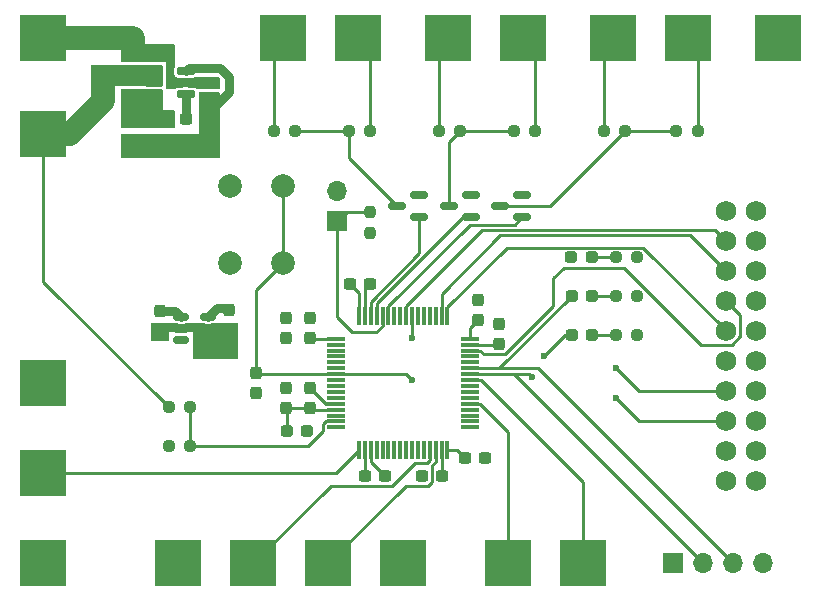
<source format=gtl>
G04 #@! TF.GenerationSoftware,KiCad,Pcbnew,9.0.0*
G04 #@! TF.CreationDate,2025-07-06T15:52:52-05:00*
G04 #@! TF.ProjectId,silver-platter,73696c76-6572-42d7-906c-61747465722e,rev?*
G04 #@! TF.SameCoordinates,Original*
G04 #@! TF.FileFunction,Copper,L1,Top*
G04 #@! TF.FilePolarity,Positive*
%FSLAX46Y46*%
G04 Gerber Fmt 4.6, Leading zero omitted, Abs format (unit mm)*
G04 Created by KiCad (PCBNEW 9.0.0) date 2025-07-06 15:52:52*
%MOMM*%
%LPD*%
G01*
G04 APERTURE LIST*
G04 Aperture macros list*
%AMRoundRect*
0 Rectangle with rounded corners*
0 $1 Rounding radius*
0 $2 $3 $4 $5 $6 $7 $8 $9 X,Y pos of 4 corners*
0 Add a 4 corners polygon primitive as box body*
4,1,4,$2,$3,$4,$5,$6,$7,$8,$9,$2,$3,0*
0 Add four circle primitives for the rounded corners*
1,1,$1+$1,$2,$3*
1,1,$1+$1,$4,$5*
1,1,$1+$1,$6,$7*
1,1,$1+$1,$8,$9*
0 Add four rect primitives between the rounded corners*
20,1,$1+$1,$2,$3,$4,$5,0*
20,1,$1+$1,$4,$5,$6,$7,0*
20,1,$1+$1,$6,$7,$8,$9,0*
20,1,$1+$1,$8,$9,$2,$3,0*%
G04 Aperture macros list end*
G04 #@! TA.AperFunction,SMDPad,CuDef*
%ADD10RoundRect,0.237500X0.237500X-0.300000X0.237500X0.300000X-0.237500X0.300000X-0.237500X-0.300000X0*%
G04 #@! TD*
G04 #@! TA.AperFunction,SMDPad,CuDef*
%ADD11RoundRect,0.237500X0.250000X0.237500X-0.250000X0.237500X-0.250000X-0.237500X0.250000X-0.237500X0*%
G04 #@! TD*
G04 #@! TA.AperFunction,SMDPad,CuDef*
%ADD12R,4.000000X4.000000*%
G04 #@! TD*
G04 #@! TA.AperFunction,SMDPad,CuDef*
%ADD13RoundRect,0.237500X-0.237500X0.300000X-0.237500X-0.300000X0.237500X-0.300000X0.237500X0.300000X0*%
G04 #@! TD*
G04 #@! TA.AperFunction,SMDPad,CuDef*
%ADD14RoundRect,0.150000X-0.512500X-0.150000X0.512500X-0.150000X0.512500X0.150000X-0.512500X0.150000X0*%
G04 #@! TD*
G04 #@! TA.AperFunction,SMDPad,CuDef*
%ADD15RoundRect,0.237500X0.237500X-0.250000X0.237500X0.250000X-0.237500X0.250000X-0.237500X-0.250000X0*%
G04 #@! TD*
G04 #@! TA.AperFunction,SMDPad,CuDef*
%ADD16RoundRect,0.237500X-0.250000X-0.237500X0.250000X-0.237500X0.250000X0.237500X-0.250000X0.237500X0*%
G04 #@! TD*
G04 #@! TA.AperFunction,SMDPad,CuDef*
%ADD17RoundRect,0.237500X-0.300000X-0.237500X0.300000X-0.237500X0.300000X0.237500X-0.300000X0.237500X0*%
G04 #@! TD*
G04 #@! TA.AperFunction,SMDPad,CuDef*
%ADD18RoundRect,0.237500X0.300000X0.237500X-0.300000X0.237500X-0.300000X-0.237500X0.300000X-0.237500X0*%
G04 #@! TD*
G04 #@! TA.AperFunction,ComponentPad*
%ADD19C,2.000000*%
G04 #@! TD*
G04 #@! TA.AperFunction,SMDPad,CuDef*
%ADD20RoundRect,0.250001X-0.849999X0.462499X-0.849999X-0.462499X0.849999X-0.462499X0.849999X0.462499X0*%
G04 #@! TD*
G04 #@! TA.AperFunction,SMDPad,CuDef*
%ADD21RoundRect,0.237500X0.287500X0.237500X-0.287500X0.237500X-0.287500X-0.237500X0.287500X-0.237500X0*%
G04 #@! TD*
G04 #@! TA.AperFunction,ComponentPad*
%ADD22C,1.750000*%
G04 #@! TD*
G04 #@! TA.AperFunction,SMDPad,CuDef*
%ADD23RoundRect,0.162500X0.617500X0.162500X-0.617500X0.162500X-0.617500X-0.162500X0.617500X-0.162500X0*%
G04 #@! TD*
G04 #@! TA.AperFunction,ComponentPad*
%ADD24R,1.700000X1.700000*%
G04 #@! TD*
G04 #@! TA.AperFunction,ComponentPad*
%ADD25O,1.700000X1.700000*%
G04 #@! TD*
G04 #@! TA.AperFunction,SMDPad,CuDef*
%ADD26RoundRect,0.150000X0.587500X0.150000X-0.587500X0.150000X-0.587500X-0.150000X0.587500X-0.150000X0*%
G04 #@! TD*
G04 #@! TA.AperFunction,SMDPad,CuDef*
%ADD27RoundRect,0.075000X-0.700000X-0.075000X0.700000X-0.075000X0.700000X0.075000X-0.700000X0.075000X0*%
G04 #@! TD*
G04 #@! TA.AperFunction,SMDPad,CuDef*
%ADD28RoundRect,0.075000X-0.075000X-0.700000X0.075000X-0.700000X0.075000X0.700000X-0.075000X0.700000X0*%
G04 #@! TD*
G04 #@! TA.AperFunction,SMDPad,CuDef*
%ADD29RoundRect,0.237500X-0.287500X-0.237500X0.287500X-0.237500X0.287500X0.237500X-0.287500X0.237500X0*%
G04 #@! TD*
G04 #@! TA.AperFunction,ViaPad*
%ADD30C,0.600000*%
G04 #@! TD*
G04 #@! TA.AperFunction,Conductor*
%ADD31C,0.250000*%
G04 #@! TD*
G04 #@! TA.AperFunction,Conductor*
%ADD32C,0.750000*%
G04 #@! TD*
G04 #@! TA.AperFunction,Conductor*
%ADD33C,2.000000*%
G04 #@! TD*
G04 APERTURE END LIST*
D10*
X144526000Y-108812500D03*
X144526000Y-107087500D03*
D11*
X172212000Y-102616000D03*
X170387000Y-102616000D03*
D12*
X162560000Y-77470000D03*
D10*
X136117500Y-83031500D03*
X136117500Y-81306500D03*
D12*
X121920000Y-77470000D03*
X156210000Y-77470000D03*
X184150000Y-77470000D03*
D13*
X131826000Y-100536500D03*
X131826000Y-102261500D03*
D12*
X146050000Y-121920000D03*
X142240000Y-77470000D03*
X121920000Y-114300000D03*
D14*
X133615000Y-101123500D03*
X133615000Y-102073500D03*
X133615000Y-103023500D03*
X135890000Y-103023500D03*
X135890000Y-101123500D03*
D12*
X148590000Y-77470000D03*
X121920000Y-106680000D03*
D15*
X149606000Y-93980000D03*
X149606000Y-92155000D03*
D16*
X141431000Y-85344000D03*
X143256000Y-85344000D03*
D10*
X142494000Y-108812500D03*
X142494000Y-107087500D03*
D17*
X157633500Y-113030000D03*
X159358500Y-113030000D03*
D12*
X139700000Y-121920000D03*
D18*
X149606000Y-98298000D03*
X147881000Y-98298000D03*
D19*
X137740000Y-96520000D03*
X137740000Y-90020000D03*
X142240000Y-96520000D03*
X142240000Y-90020000D03*
D16*
X175514000Y-85344000D03*
X177339000Y-85344000D03*
D20*
X129767500Y-84354500D03*
X129767500Y-86679500D03*
D12*
X176530000Y-77470000D03*
D11*
X172212000Y-99314000D03*
X170387000Y-99314000D03*
D16*
X132541000Y-112014000D03*
X134366000Y-112014000D03*
D21*
X168402000Y-102616000D03*
X166652000Y-102616000D03*
X168374000Y-96012000D03*
X166624000Y-96012000D03*
D22*
X179705000Y-92075000D03*
X182245000Y-92075000D03*
X179705000Y-94615000D03*
X182245000Y-94615000D03*
X179705000Y-97155000D03*
X182245000Y-97155000D03*
X179705000Y-99695000D03*
X182245000Y-99695000D03*
X179705000Y-102235000D03*
X182245000Y-102235000D03*
X179705000Y-104775000D03*
X182245000Y-104775000D03*
X179705000Y-107315000D03*
X182245000Y-107315000D03*
X179705000Y-109855000D03*
X182245000Y-109855000D03*
X179705000Y-112395000D03*
X182245000Y-112395000D03*
X179705000Y-114935000D03*
X182245000Y-114935000D03*
D12*
X121920000Y-121920000D03*
D23*
X133991500Y-82190500D03*
X133991500Y-81240500D03*
X133991500Y-80290500D03*
X131291500Y-80290500D03*
X131291500Y-81240500D03*
X131291500Y-82190500D03*
D11*
X172212000Y-96012000D03*
X170387000Y-96012000D03*
D12*
X133350000Y-121920000D03*
D24*
X175260000Y-121920000D03*
D25*
X177800000Y-121920000D03*
X180340000Y-121920000D03*
X182880000Y-121920000D03*
D12*
X121920000Y-85598000D03*
X152400000Y-121920000D03*
D10*
X160528000Y-103378000D03*
X160528000Y-101653000D03*
D18*
X134032500Y-84354500D03*
X132307500Y-84354500D03*
D13*
X137668000Y-100483500D03*
X137668000Y-102208500D03*
D26*
X162500000Y-92644000D03*
X162500000Y-90744000D03*
X160625000Y-91694000D03*
D18*
X150876000Y-114554000D03*
X149151000Y-114554000D03*
D13*
X139954000Y-105817500D03*
X139954000Y-107542500D03*
D16*
X161751000Y-85344000D03*
X163576000Y-85344000D03*
D26*
X153767000Y-92644000D03*
X153767000Y-90744000D03*
X151892000Y-91694000D03*
D18*
X155702000Y-114554000D03*
X153977000Y-114554000D03*
D12*
X170180000Y-77470000D03*
D10*
X144526000Y-102870000D03*
X144526000Y-101145000D03*
D12*
X167640000Y-121920000D03*
X161290000Y-121920000D03*
D11*
X134366000Y-108712000D03*
X132541000Y-108712000D03*
D10*
X129259500Y-80745500D03*
X129259500Y-79020500D03*
D21*
X168402000Y-99314000D03*
X166652000Y-99314000D03*
D16*
X155401000Y-85344000D03*
X157226000Y-85344000D03*
D27*
X146725000Y-102930000D03*
X146725000Y-103430000D03*
X146725000Y-103930000D03*
X146725000Y-104430000D03*
X146725000Y-104930000D03*
X146725000Y-105430000D03*
X146725000Y-105930000D03*
X146725000Y-106430000D03*
X146725000Y-106930000D03*
X146725000Y-107430000D03*
X146725000Y-107930000D03*
X146725000Y-108430000D03*
X146725000Y-108930000D03*
X146725000Y-109430000D03*
X146725000Y-109930000D03*
X146725000Y-110430000D03*
D28*
X148650000Y-112355000D03*
X149150000Y-112355000D03*
X149650000Y-112355000D03*
X150150000Y-112355000D03*
X150650000Y-112355000D03*
X151150000Y-112355000D03*
X151650000Y-112355000D03*
X152150000Y-112355000D03*
X152650000Y-112355000D03*
X153150000Y-112355000D03*
X153650000Y-112355000D03*
X154150000Y-112355000D03*
X154650000Y-112355000D03*
X155150000Y-112355000D03*
X155650000Y-112355000D03*
X156150000Y-112355000D03*
D27*
X158075000Y-110430000D03*
X158075000Y-109930000D03*
X158075000Y-109430000D03*
X158075000Y-108930000D03*
X158075000Y-108430000D03*
X158075000Y-107930000D03*
X158075000Y-107430000D03*
X158075000Y-106930000D03*
X158075000Y-106430000D03*
X158075000Y-105930000D03*
X158075000Y-105430000D03*
X158075000Y-104930000D03*
X158075000Y-104430000D03*
X158075000Y-103930000D03*
X158075000Y-103430000D03*
X158075000Y-102930000D03*
D28*
X156150000Y-101005000D03*
X155650000Y-101005000D03*
X155150000Y-101005000D03*
X154650000Y-101005000D03*
X154150000Y-101005000D03*
X153650000Y-101005000D03*
X153150000Y-101005000D03*
X152650000Y-101005000D03*
X152150000Y-101005000D03*
X151650000Y-101005000D03*
X151150000Y-101005000D03*
X150650000Y-101005000D03*
X150150000Y-101005000D03*
X149650000Y-101005000D03*
X149150000Y-101005000D03*
X148650000Y-101005000D03*
D26*
X158182000Y-92644000D03*
X158182000Y-90744000D03*
X156307000Y-91694000D03*
D10*
X158750000Y-101346000D03*
X158750000Y-99621000D03*
D29*
X142522000Y-110744000D03*
X144272000Y-110744000D03*
D24*
X146812000Y-92964000D03*
D25*
X146812000Y-90424000D03*
D16*
X169371000Y-85344000D03*
X171196000Y-85344000D03*
X147781000Y-85344000D03*
X149606000Y-85344000D03*
D10*
X142494000Y-102870000D03*
X142494000Y-101145000D03*
D30*
X133350000Y-121920000D03*
X147881000Y-98298000D03*
X150876000Y-114554000D03*
X144272000Y-110744000D03*
X158750000Y-101346000D03*
X166624000Y-96012000D03*
X137668000Y-100483500D03*
X157633500Y-113030000D03*
X142494000Y-102870000D03*
X144526000Y-102870000D03*
X142494000Y-107087500D03*
X153767000Y-90744000D03*
X132307500Y-78766500D03*
X149151000Y-114554000D03*
X149606000Y-93980000D03*
X144526000Y-101145000D03*
X132541000Y-112014000D03*
X172212000Y-102616000D03*
X153977000Y-114554000D03*
X142494000Y-101145000D03*
X172212000Y-96012000D03*
X144526000Y-107087500D03*
X158750000Y-99621000D03*
X172212000Y-99314000D03*
X139954000Y-107542500D03*
X135890000Y-104140000D03*
X135128000Y-104140000D03*
X149606000Y-98298000D03*
X131545500Y-78766500D03*
X162500000Y-90744000D03*
X152400000Y-121920000D03*
X158182000Y-90744000D03*
X159358500Y-113030000D03*
X121920000Y-121920000D03*
X160528000Y-101653000D03*
X153162000Y-106426000D03*
X170434000Y-107950000D03*
X121920000Y-106680000D03*
X136117500Y-86894500D03*
X131826000Y-100536500D03*
X184150000Y-77470000D03*
X135355500Y-86894500D03*
X133615000Y-103023500D03*
X163322000Y-106172000D03*
X164338000Y-104394000D03*
X170434000Y-105410000D03*
X153162000Y-102870000D03*
D31*
X148650000Y-99067000D02*
X147881000Y-98298000D01*
D32*
X136652000Y-100330000D02*
X137514500Y-100330000D01*
D31*
X156958500Y-112355000D02*
X157633500Y-113030000D01*
X146725000Y-102930000D02*
X144586000Y-102930000D01*
D32*
X137514500Y-100330000D02*
X137668000Y-100483500D01*
D31*
X144586000Y-102930000D02*
X144526000Y-102870000D01*
X148650000Y-101005000D02*
X148650000Y-99067000D01*
X158075000Y-102930000D02*
X158075000Y-102021000D01*
D32*
X136652000Y-100361500D02*
X135890000Y-101123500D01*
X136652000Y-100361500D02*
X136652000Y-100330000D01*
D31*
X158075000Y-102021000D02*
X158750000Y-101346000D01*
X149650000Y-112355000D02*
X149650000Y-113328000D01*
X149650000Y-113328000D02*
X150876000Y-114554000D01*
X156150000Y-112355000D02*
X156958500Y-112355000D01*
X149150000Y-101005000D02*
X149150000Y-98754000D01*
X146725000Y-108430000D02*
X145868500Y-108430000D01*
X149150000Y-98754000D02*
X149606000Y-98298000D01*
X145868500Y-108430000D02*
X144526000Y-107087500D01*
X149150000Y-114553000D02*
X149151000Y-114554000D01*
D33*
X129540000Y-77470000D02*
X129540000Y-78232000D01*
D31*
X149150000Y-112355000D02*
X149150000Y-114553000D01*
D33*
X121920000Y-77470000D02*
X129540000Y-77470000D01*
D31*
X144643500Y-108930000D02*
X146725000Y-108930000D01*
X142522000Y-108840500D02*
X142494000Y-108812500D01*
X142522000Y-110744000D02*
X142522000Y-108840500D01*
X144526000Y-108812500D02*
X144643500Y-108930000D01*
X142494000Y-108812500D02*
X144526000Y-108812500D01*
X160476000Y-103430000D02*
X160528000Y-103378000D01*
X158075000Y-103430000D02*
X160476000Y-103430000D01*
X155650000Y-114502000D02*
X155650000Y-112355000D01*
X155702000Y-114554000D02*
X155650000Y-114502000D01*
X139954000Y-105817500D02*
X140066500Y-105930000D01*
X139954000Y-105817500D02*
X139954000Y-98806000D01*
X153162000Y-106426000D02*
X152666000Y-105930000D01*
X142240000Y-90020000D02*
X142240000Y-96520000D01*
X179705000Y-109855000D02*
X172339000Y-109855000D01*
X139954000Y-98806000D02*
X142240000Y-96520000D01*
X152666000Y-105930000D02*
X146725000Y-105930000D01*
X140066500Y-105930000D02*
X146725000Y-105930000D01*
X172339000Y-109855000D02*
X170434000Y-107950000D01*
D32*
X137641500Y-82068500D02*
X136678500Y-83031500D01*
X133991500Y-80290500D02*
X134245500Y-80036500D01*
X136879500Y-80036500D02*
X137641500Y-80798500D01*
X133096000Y-100604500D02*
X133096000Y-100584000D01*
X134245500Y-80036500D02*
X136879500Y-80036500D01*
X136678500Y-83031500D02*
X136117500Y-83031500D01*
X137641500Y-80798500D02*
X137641500Y-82068500D01*
D31*
X136170500Y-83031500D02*
X136117500Y-83031500D01*
D32*
X133615000Y-101123500D02*
X133096000Y-100604500D01*
X133096000Y-100584000D02*
X133048500Y-100536500D01*
X133048500Y-100536500D02*
X131826000Y-100536500D01*
D33*
X124206000Y-85598000D02*
X127000000Y-82804000D01*
D31*
X121920000Y-98091000D02*
X121920000Y-85598000D01*
D33*
X121920000Y-85598000D02*
X124206000Y-85598000D01*
X127000000Y-82804000D02*
X127000000Y-81026000D01*
D31*
X121920000Y-98091000D02*
X132541000Y-108712000D01*
D32*
X133991500Y-82190500D02*
X133991500Y-84313500D01*
X133991500Y-84313500D02*
X134032500Y-84354500D01*
D31*
X170387000Y-96012000D02*
X168374000Y-96012000D01*
X166652000Y-102616000D02*
X166116000Y-102616000D01*
X163322000Y-106172000D02*
X163080000Y-105930000D01*
X166116000Y-102616000D02*
X164338000Y-104394000D01*
X161810000Y-105930000D02*
X158075000Y-105930000D01*
X163080000Y-105930000D02*
X161810000Y-105930000D01*
X177800000Y-121920000D02*
X161810000Y-105930000D01*
X170387000Y-102616000D02*
X168402000Y-102616000D01*
X180340000Y-121920000D02*
X163850000Y-105430000D01*
X163850000Y-105430000D02*
X158075000Y-105430000D01*
X166652000Y-99314000D02*
X160536000Y-105430000D01*
X160536000Y-105430000D02*
X158075000Y-105430000D01*
X168402000Y-99314000D02*
X170387000Y-99314000D01*
X176722000Y-94172000D02*
X179705000Y-97155000D01*
X160590000Y-94172000D02*
X176722000Y-94172000D01*
X155650000Y-101005000D02*
X155650000Y-99112000D01*
X155650000Y-99112000D02*
X160590000Y-94172000D01*
X156150000Y-100230001D02*
X161169001Y-95211000D01*
X161169001Y-95211000D02*
X172701990Y-95211000D01*
X179705000Y-102214010D02*
X179705000Y-102235000D01*
X156150000Y-101005000D02*
X156150000Y-100230001D01*
X172701990Y-95211000D02*
X179705000Y-102214010D01*
X172339000Y-107315000D02*
X170434000Y-105410000D01*
X153162000Y-101017000D02*
X153150000Y-101005000D01*
X179705000Y-107315000D02*
X172339000Y-107315000D01*
X153162000Y-102870000D02*
X153162000Y-101017000D01*
X159089822Y-93721000D02*
X152650000Y-100160822D01*
X178811000Y-93721000D02*
X179705000Y-94615000D01*
X159089822Y-93721000D02*
X178811000Y-93721000D01*
X152650000Y-100160822D02*
X152650000Y-101005000D01*
X180906000Y-100896000D02*
X180906000Y-102732471D01*
X159230678Y-104241500D02*
X158919178Y-103930000D01*
X180202471Y-103436000D02*
X177624990Y-103436000D01*
X165100000Y-97790000D02*
X165100000Y-100146990D01*
X180906000Y-102732471D02*
X180202471Y-103436000D01*
X165974999Y-96915001D02*
X165100000Y-97790000D01*
X179705000Y-99695000D02*
X180906000Y-100896000D01*
X177624990Y-103436000D02*
X171103991Y-96915001D01*
X158919178Y-103930000D02*
X158075000Y-103930000D01*
X171103991Y-96915001D02*
X165974999Y-96915001D01*
X165100000Y-100146990D02*
X161005490Y-104241500D01*
X161005490Y-104241500D02*
X159230678Y-104241500D01*
X154650000Y-113199178D02*
X154650000Y-112355000D01*
X146265000Y-115355000D02*
X151494178Y-115355000D01*
X153393178Y-113456000D02*
X154393178Y-113456000D01*
X139700000Y-121920000D02*
X146265000Y-115355000D01*
X151494178Y-115355000D02*
X153393178Y-113456000D01*
X154393178Y-113456000D02*
X154650000Y-113199178D01*
X154516990Y-115355000D02*
X154839500Y-115032490D01*
X152615000Y-115355000D02*
X154516990Y-115355000D01*
X155150000Y-113336988D02*
X155150000Y-112355000D01*
X154839500Y-113647488D02*
X155150000Y-113336988D01*
X154839500Y-115032490D02*
X154839500Y-113647488D01*
X146050000Y-121920000D02*
X152615000Y-115355000D01*
X167640000Y-121920000D02*
X167640000Y-115062000D01*
X159008000Y-106430000D02*
X158075000Y-106430000D01*
X167640000Y-115062000D02*
X159008000Y-106430000D01*
X158919178Y-108430000D02*
X158075000Y-108430000D01*
X161290000Y-110800822D02*
X158919178Y-108430000D01*
X161290000Y-121920000D02*
X161290000Y-110800822D01*
X141431000Y-85344000D02*
X141431000Y-78279000D01*
X141431000Y-78279000D02*
X142240000Y-77470000D01*
X155401000Y-78279000D02*
X156210000Y-77470000D01*
X155401000Y-85344000D02*
X155401000Y-78279000D01*
X169371000Y-78279000D02*
X170180000Y-77470000D01*
X169371000Y-85344000D02*
X169371000Y-78279000D01*
X149606000Y-78486000D02*
X148590000Y-77470000D01*
X149606000Y-85344000D02*
X149606000Y-78486000D01*
X163576000Y-78486000D02*
X162560000Y-77470000D01*
X163576000Y-85344000D02*
X163576000Y-78486000D01*
X177339000Y-78279000D02*
X176530000Y-77470000D01*
X177339000Y-85344000D02*
X177339000Y-78279000D01*
X121920000Y-114300000D02*
X146705000Y-114300000D01*
X146705000Y-114300000D02*
X148650000Y-112355000D01*
X147621000Y-92155000D02*
X146812000Y-92964000D01*
X146812000Y-92964000D02*
X146812000Y-101092000D01*
X150137178Y-102362000D02*
X150650000Y-101849178D01*
X148082000Y-102362000D02*
X150137178Y-102362000D01*
X146812000Y-101092000D02*
X148082000Y-102362000D01*
X150650000Y-101849178D02*
X150650000Y-101005000D01*
X149606000Y-92155000D02*
X147621000Y-92155000D01*
X175514000Y-85344000D02*
X171196000Y-85344000D01*
X171196000Y-85344000D02*
X164846000Y-91694000D01*
X164846000Y-91694000D02*
X160625000Y-91694000D01*
X157226000Y-85344000D02*
X161751000Y-85344000D01*
X156307000Y-86263000D02*
X156307000Y-91694000D01*
X157226000Y-85344000D02*
X156307000Y-86263000D01*
X151892000Y-91694000D02*
X147781000Y-87583000D01*
X147781000Y-85344000D02*
X143256000Y-85344000D01*
X147781000Y-87583000D02*
X147781000Y-85344000D01*
X134366000Y-112014000D02*
X134366000Y-108712000D01*
X145848000Y-109930000D02*
X146725000Y-109930000D01*
X145624000Y-110154000D02*
X145848000Y-109930000D01*
X145624000Y-110720490D02*
X145624000Y-110154000D01*
X134366000Y-112014000D02*
X144330490Y-112014000D01*
X144330490Y-112014000D02*
X145624000Y-110720490D01*
X151150000Y-101005000D02*
X151150000Y-100160822D01*
X151150000Y-100160822D02*
X158040822Y-93270000D01*
X158040822Y-93270000D02*
X161874000Y-93270000D01*
X161874000Y-93270000D02*
X162500000Y-92644000D01*
X149650000Y-99778000D02*
X149650000Y-101005000D01*
X153767000Y-95661000D02*
X149650000Y-99778000D01*
X153767000Y-92644000D02*
X153767000Y-95661000D01*
X150150000Y-99938501D02*
X150150000Y-101005000D01*
X158182000Y-92644000D02*
X157444501Y-92644000D01*
X157444501Y-92644000D02*
X150150000Y-99938501D01*
G04 #@! TA.AperFunction,Conductor*
G36*
X132039148Y-79796852D02*
G01*
X132053500Y-79831500D01*
X132053500Y-81511500D01*
X132039148Y-81546148D01*
X132004500Y-81560500D01*
X126006500Y-81560500D01*
X125971852Y-81546148D01*
X125957500Y-81511500D01*
X125957500Y-79831500D01*
X125971852Y-79796852D01*
X126006500Y-79782500D01*
X132004500Y-79782500D01*
X132039148Y-79796852D01*
G37*
G04 #@! TD.AperFunction*
G04 #@! TA.AperFunction,Conductor*
G36*
X133055148Y-78018852D02*
G01*
X133069500Y-78053500D01*
X133069500Y-79913019D01*
X133064521Y-79934539D01*
X133021281Y-80022987D01*
X133021280Y-80022991D01*
X133011000Y-80093548D01*
X133011000Y-80487450D01*
X133011001Y-80487451D01*
X133021279Y-80558007D01*
X133021279Y-80558008D01*
X133040493Y-80597310D01*
X133064521Y-80646460D01*
X133069500Y-80667979D01*
X133069500Y-80798500D01*
X133242886Y-80798500D01*
X133264409Y-80803480D01*
X133268988Y-80805719D01*
X133268989Y-80805719D01*
X133268991Y-80805720D01*
X133339551Y-80816000D01*
X133737560Y-80815999D01*
X133762059Y-80822562D01*
X133769365Y-80826781D01*
X133898440Y-80861366D01*
X133915730Y-80865999D01*
X133915731Y-80866000D01*
X133915734Y-80866000D01*
X134067269Y-80866000D01*
X134067269Y-80865999D01*
X134213635Y-80826781D01*
X134213637Y-80826779D01*
X134213639Y-80826779D01*
X134220938Y-80822565D01*
X134245439Y-80815999D01*
X134643451Y-80815999D01*
X134643451Y-80815998D01*
X134714009Y-80805720D01*
X134718593Y-80803478D01*
X134740114Y-80798500D01*
X136807324Y-80798500D01*
X136841972Y-80812852D01*
X136865148Y-80836028D01*
X136879500Y-80870676D01*
X136879500Y-81765500D01*
X136865148Y-81800148D01*
X136830500Y-81814500D01*
X134929156Y-81814500D01*
X134894508Y-81800148D01*
X134822849Y-81728490D01*
X134822847Y-81728488D01*
X134714009Y-81675280D01*
X134690489Y-81671853D01*
X134643451Y-81665000D01*
X134643449Y-81665000D01*
X134245438Y-81665000D01*
X134220938Y-81658435D01*
X134213637Y-81654219D01*
X134213633Y-81654218D01*
X134067269Y-81615000D01*
X134067266Y-81615000D01*
X133915734Y-81615000D01*
X133915731Y-81615000D01*
X133769369Y-81654217D01*
X133769364Y-81654219D01*
X133762059Y-81658437D01*
X133737561Y-81665000D01*
X133339549Y-81665000D01*
X133339548Y-81665001D01*
X133268992Y-81675279D01*
X133268990Y-81675279D01*
X133160155Y-81728486D01*
X133160150Y-81728490D01*
X133088492Y-81800148D01*
X133053844Y-81814500D01*
X132356500Y-81814500D01*
X132321852Y-81800148D01*
X132307500Y-81765500D01*
X132307500Y-79528500D01*
X128546500Y-79528500D01*
X128511852Y-79514148D01*
X128497500Y-79479500D01*
X128497500Y-78053500D01*
X128511852Y-78018852D01*
X128546500Y-78004500D01*
X133020500Y-78004500D01*
X133055148Y-78018852D01*
G37*
G04 #@! TD.AperFunction*
G04 #@! TA.AperFunction,Conductor*
G36*
X136865148Y-82082852D02*
G01*
X136879500Y-82117500D01*
X136879500Y-87607500D01*
X136865148Y-87642148D01*
X136830500Y-87656500D01*
X128546500Y-87656500D01*
X128511852Y-87642148D01*
X128497500Y-87607500D01*
X128497500Y-85673500D01*
X128511852Y-85638852D01*
X128546500Y-85624500D01*
X135101500Y-85624500D01*
X135101500Y-82117500D01*
X135115852Y-82082852D01*
X135150500Y-82068500D01*
X136830500Y-82068500D01*
X136865148Y-82082852D01*
G37*
G04 #@! TD.AperFunction*
G04 #@! TA.AperFunction,Conductor*
G36*
X132039148Y-81828852D02*
G01*
X132053500Y-81863500D01*
X132053500Y-83592500D01*
X133020500Y-83592500D01*
X133055148Y-83606852D01*
X133069500Y-83641500D01*
X133069500Y-85067500D01*
X133055148Y-85102148D01*
X133020500Y-85116500D01*
X128546500Y-85116500D01*
X128511852Y-85102148D01*
X128497500Y-85067500D01*
X128497500Y-81863500D01*
X128511852Y-81828852D01*
X128546500Y-81814500D01*
X132004500Y-81814500D01*
X132039148Y-81828852D01*
G37*
G04 #@! TD.AperFunction*
G04 #@! TA.AperFunction,Conductor*
G36*
X132982504Y-101604979D02*
G01*
X132999183Y-101613132D01*
X133001107Y-101614073D01*
X133049384Y-101621106D01*
X133069238Y-101624000D01*
X133069240Y-101624000D01*
X133317762Y-101624000D01*
X133342261Y-101630564D01*
X133392865Y-101659781D01*
X133508303Y-101690712D01*
X133539230Y-101698999D01*
X133539231Y-101699000D01*
X133539234Y-101699000D01*
X133690770Y-101699000D01*
X133690770Y-101698999D01*
X133837135Y-101659781D01*
X133887738Y-101630564D01*
X133912238Y-101624000D01*
X134160762Y-101624000D01*
X134178090Y-101621474D01*
X134228893Y-101614073D01*
X134239675Y-101608801D01*
X134247496Y-101604979D01*
X134269017Y-101600000D01*
X135235983Y-101600000D01*
X135257504Y-101604979D01*
X135274183Y-101613132D01*
X135276107Y-101614073D01*
X135324384Y-101621106D01*
X135344238Y-101624000D01*
X135344240Y-101624000D01*
X135592762Y-101624000D01*
X135617261Y-101630564D01*
X135667865Y-101659781D01*
X135783303Y-101690712D01*
X135814230Y-101698999D01*
X135814231Y-101699000D01*
X135814234Y-101699000D01*
X135965769Y-101699000D01*
X135965769Y-101698999D01*
X136112135Y-101659781D01*
X136162738Y-101630564D01*
X136187238Y-101624000D01*
X136435762Y-101624000D01*
X136453090Y-101621474D01*
X136503893Y-101614073D01*
X136514675Y-101608801D01*
X136522496Y-101604979D01*
X136544017Y-101600000D01*
X138381000Y-101600000D01*
X138415648Y-101614352D01*
X138430000Y-101649000D01*
X138430000Y-104599000D01*
X138415648Y-104633648D01*
X138381000Y-104648000D01*
X134669000Y-104648000D01*
X134634352Y-104633648D01*
X134620000Y-104599000D01*
X134620000Y-102362000D01*
X132588000Y-102362000D01*
X132588000Y-103075000D01*
X132573648Y-103109648D01*
X132539000Y-103124000D01*
X131113000Y-103124000D01*
X131078352Y-103109648D01*
X131064000Y-103075000D01*
X131064000Y-101649000D01*
X131078352Y-101614352D01*
X131113000Y-101600000D01*
X132960983Y-101600000D01*
X132982504Y-101604979D01*
G37*
G04 #@! TD.AperFunction*
M02*

</source>
